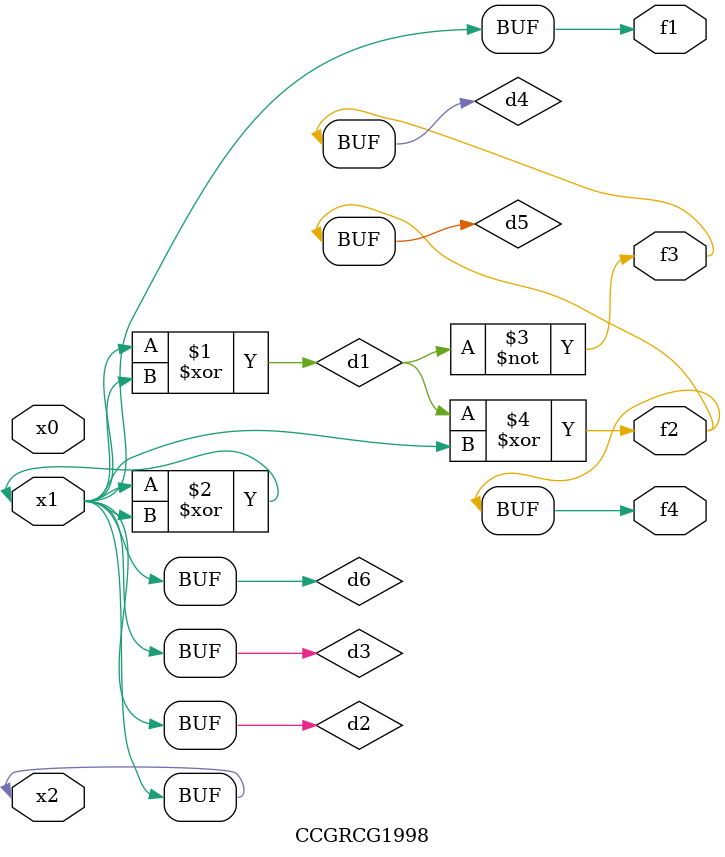
<source format=v>
module CCGRCG1998(
	input x0, x1, x2,
	output f1, f2, f3, f4
);

	wire d1, d2, d3, d4, d5, d6;

	xor (d1, x1, x2);
	buf (d2, x1, x2);
	xor (d3, x1, x2);
	nor (d4, d1);
	xor (d5, d1, d2);
	buf (d6, d2, d3);
	assign f1 = d6;
	assign f2 = d5;
	assign f3 = d4;
	assign f4 = d5;
endmodule

</source>
